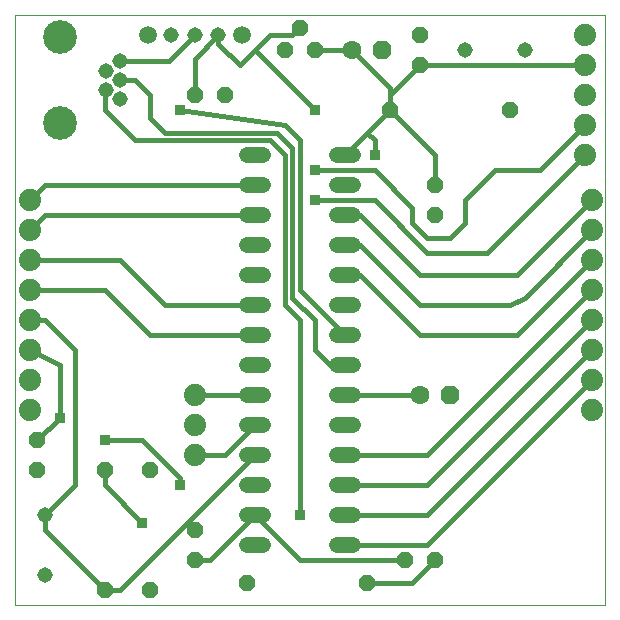
<source format=gtl>
G75*
%MOIN*%
%OFA0B0*%
%FSLAX25Y25*%
%IPPOS*%
%LPD*%
%AMOC8*
5,1,8,0,0,1.08239X$1,22.5*
%
%ADD10C,0.00000*%
%ADD11OC8,0.05200*%
%ADD12C,0.06300*%
%ADD13OC8,0.06300*%
%ADD14C,0.05150*%
%ADD15C,0.11220*%
%ADD16C,0.07400*%
%ADD17C,0.05200*%
%ADD18C,0.05937*%
%ADD19C,0.01600*%
%ADD20R,0.03562X0.03562*%
D10*
X0003000Y0001800D02*
X0003000Y0198650D01*
X0199850Y0198650D01*
X0199850Y0001800D01*
X0003000Y0001800D01*
D11*
X0033000Y0006800D03*
X0048000Y0006800D03*
X0063000Y0016800D03*
X0063000Y0026800D03*
X0080500Y0009300D03*
X0048000Y0046800D03*
X0033000Y0046800D03*
X0010500Y0046800D03*
X0010500Y0056800D03*
X0120500Y0009300D03*
X0133000Y0016800D03*
X0143000Y0016800D03*
X0143000Y0131800D03*
X0143000Y0141800D03*
X0128000Y0166800D03*
X0138000Y0181800D03*
X0138000Y0191800D03*
X0168000Y0166800D03*
X0103000Y0186800D03*
X0098000Y0194300D03*
X0093000Y0186800D03*
X0073000Y0171800D03*
X0063000Y0171800D03*
D12*
X0115500Y0186800D03*
X0138000Y0071800D03*
D13*
X0148000Y0071800D03*
X0125500Y0186800D03*
D14*
X0153000Y0186800D03*
X0173000Y0186800D03*
X0070874Y0191800D03*
X0063000Y0191800D03*
X0055126Y0191800D03*
X0038079Y0183099D03*
X0033354Y0179950D03*
X0038079Y0176800D03*
X0033354Y0173650D03*
X0038079Y0170501D03*
X0013000Y0031800D03*
X0013000Y0011800D03*
D15*
X0018000Y0162430D03*
X0018000Y0191170D03*
D16*
X0008000Y0136800D03*
X0008000Y0126800D03*
X0008000Y0116800D03*
X0008000Y0106800D03*
X0008000Y0096800D03*
X0008000Y0086800D03*
X0008000Y0076800D03*
X0008000Y0066800D03*
X0063000Y0061800D03*
X0063000Y0051800D03*
X0063000Y0071800D03*
X0193000Y0151800D03*
X0193000Y0161800D03*
X0193000Y0171800D03*
X0193000Y0181800D03*
X0193000Y0191800D03*
X0195500Y0136800D03*
X0195500Y0126800D03*
X0195500Y0116800D03*
X0195500Y0106800D03*
X0195500Y0096800D03*
X0195500Y0086800D03*
X0195500Y0076800D03*
X0195500Y0066800D03*
D17*
X0115600Y0061800D02*
X0110400Y0061800D01*
X0110400Y0051800D02*
X0115600Y0051800D01*
X0115600Y0041800D02*
X0110400Y0041800D01*
X0110400Y0031800D02*
X0115600Y0031800D01*
X0115600Y0021800D02*
X0110400Y0021800D01*
X0085600Y0021800D02*
X0080400Y0021800D01*
X0080400Y0031800D02*
X0085600Y0031800D01*
X0085600Y0041800D02*
X0080400Y0041800D01*
X0080400Y0051800D02*
X0085600Y0051800D01*
X0085600Y0061800D02*
X0080400Y0061800D01*
X0080400Y0071800D02*
X0085600Y0071800D01*
X0085600Y0081800D02*
X0080400Y0081800D01*
X0080400Y0091800D02*
X0085600Y0091800D01*
X0085600Y0101800D02*
X0080400Y0101800D01*
X0080400Y0111800D02*
X0085600Y0111800D01*
X0085600Y0121800D02*
X0080400Y0121800D01*
X0080400Y0131800D02*
X0085600Y0131800D01*
X0085600Y0141800D02*
X0080400Y0141800D01*
X0080400Y0151800D02*
X0085600Y0151800D01*
X0110400Y0151800D02*
X0115600Y0151800D01*
X0115600Y0141800D02*
X0110400Y0141800D01*
X0110400Y0131800D02*
X0115600Y0131800D01*
X0115600Y0121800D02*
X0110400Y0121800D01*
X0110400Y0111800D02*
X0115600Y0111800D01*
X0115600Y0101800D02*
X0110400Y0101800D01*
X0110400Y0091800D02*
X0115600Y0091800D01*
X0115600Y0081800D02*
X0110400Y0081800D01*
X0110400Y0071800D02*
X0115600Y0071800D01*
D18*
X0078748Y0191800D03*
X0047252Y0191800D03*
D19*
X0054299Y0183099D02*
X0063000Y0191800D01*
X0063000Y0183926D02*
X0070874Y0191800D01*
X0070874Y0188926D01*
X0078000Y0181800D01*
X0083000Y0186800D01*
X0103000Y0166800D01*
X0098000Y0156800D02*
X0098000Y0106800D01*
X0113000Y0091800D01*
X0113000Y0081800D02*
X0108000Y0081800D01*
X0103000Y0086800D01*
X0103000Y0096800D01*
X0095500Y0104300D01*
X0095500Y0154300D01*
X0090500Y0159300D01*
X0053000Y0159300D01*
X0048000Y0164300D01*
X0048000Y0171800D01*
X0043000Y0176800D01*
X0038079Y0176800D01*
X0033354Y0173650D02*
X0033000Y0173296D01*
X0033000Y0166800D01*
X0043000Y0156800D01*
X0088000Y0156800D01*
X0093000Y0151800D01*
X0093000Y0101800D01*
X0098000Y0096800D01*
X0098000Y0031800D01*
X0098000Y0016800D02*
X0133000Y0016800D01*
X0135500Y0009300D02*
X0143000Y0016800D01*
X0140500Y0021800D02*
X0195500Y0076800D01*
X0195500Y0086800D02*
X0140500Y0031800D01*
X0113000Y0031800D01*
X0113000Y0021800D02*
X0140500Y0021800D01*
X0135500Y0009300D02*
X0120500Y0009300D01*
X0098000Y0016800D02*
X0083000Y0031800D01*
X0068000Y0016800D01*
X0063000Y0016800D01*
X0045500Y0029300D02*
X0033000Y0041800D01*
X0033000Y0046800D01*
X0033000Y0056800D02*
X0045500Y0056800D01*
X0058000Y0044300D01*
X0058000Y0041800D01*
X0063000Y0051800D02*
X0073000Y0051800D01*
X0083000Y0061800D01*
X0083000Y0051800D02*
X0038000Y0006800D01*
X0033000Y0006800D01*
X0013000Y0026800D01*
X0013000Y0031800D01*
X0023000Y0041800D01*
X0023000Y0086800D01*
X0013000Y0096800D01*
X0008000Y0096800D01*
X0008000Y0086800D02*
X0018000Y0081800D01*
X0018000Y0064300D01*
X0010500Y0056800D01*
X0048000Y0091800D02*
X0033000Y0106800D01*
X0008000Y0106800D01*
X0008000Y0116800D02*
X0038000Y0116800D01*
X0053000Y0101800D01*
X0083000Y0101800D01*
X0083000Y0091800D02*
X0048000Y0091800D01*
X0063000Y0071800D02*
X0083000Y0071800D01*
X0113000Y0071800D02*
X0138000Y0071800D01*
X0138000Y0091800D02*
X0170500Y0091800D01*
X0195500Y0116800D01*
X0195500Y0106800D02*
X0140500Y0051800D01*
X0113000Y0051800D01*
X0113000Y0041800D02*
X0140500Y0041800D01*
X0195500Y0096800D01*
X0173000Y0104300D02*
X0195500Y0126800D01*
X0195500Y0136800D02*
X0170500Y0111800D01*
X0138000Y0111800D01*
X0118000Y0131800D01*
X0113000Y0131800D01*
X0113000Y0121800D02*
X0118000Y0121800D01*
X0138000Y0101800D01*
X0168000Y0101800D01*
X0173000Y0104300D01*
X0160500Y0119300D02*
X0193000Y0151800D01*
X0193000Y0161800D02*
X0178000Y0146800D01*
X0163000Y0146800D01*
X0153000Y0136800D01*
X0153000Y0129300D01*
X0148000Y0124300D01*
X0140500Y0124300D01*
X0135500Y0129300D01*
X0135500Y0134300D01*
X0123000Y0146800D01*
X0103000Y0146800D01*
X0103000Y0136800D02*
X0123000Y0136800D01*
X0140500Y0119300D01*
X0160500Y0119300D01*
X0143000Y0141800D02*
X0143000Y0151800D01*
X0128000Y0166800D01*
X0128000Y0171800D01*
X0138000Y0181800D01*
X0193000Y0181800D01*
X0128000Y0174300D02*
X0128000Y0171800D01*
X0128000Y0174300D02*
X0115500Y0186800D01*
X0103000Y0186800D01*
X0095500Y0191800D02*
X0098000Y0194300D01*
X0095500Y0191800D02*
X0088000Y0191800D01*
X0083000Y0186800D01*
X0063000Y0183926D02*
X0063000Y0171800D01*
X0058000Y0166800D02*
X0093000Y0161800D01*
X0098000Y0156800D01*
X0113000Y0151800D02*
X0120500Y0159300D01*
X0123000Y0156800D01*
X0123000Y0151800D01*
X0120500Y0159300D02*
X0128000Y0166800D01*
X0083000Y0141800D02*
X0013000Y0141800D01*
X0008000Y0136800D01*
X0013000Y0131800D02*
X0008000Y0126800D01*
X0013000Y0131800D02*
X0083000Y0131800D01*
X0113000Y0111800D02*
X0118000Y0111800D01*
X0138000Y0091800D01*
X0054299Y0183099D02*
X0038079Y0183099D01*
D20*
X0058000Y0166800D03*
X0103000Y0166800D03*
X0103000Y0146800D03*
X0103000Y0136800D03*
X0123000Y0151800D03*
X0033000Y0056800D03*
X0018000Y0064300D03*
X0045500Y0029300D03*
X0058000Y0041800D03*
X0098000Y0031800D03*
M02*

</source>
